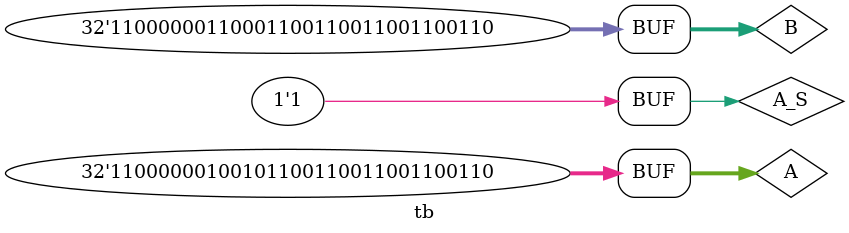
<source format=v>
`timescale 1ns / 1ps

module tb;
    wire [31:0] Result;    
    reg [31:0] A,B;
    reg A_S;
    
    main DUT(.A_in(A),
             .A_S(A_S),
             .B_in(B),
             .Result(Result)
             );
    
    initial begin
        A = 0;
        B = 0;
        A_S = 0;
        
        #50
        A = 32'b10000001110000000000000000000000;  //4.7
        B = 32'b00000000100000000000000000000000;  //6.2
        A_S = 0;  //10.9
        
        #100
        A = 32'b01000000100101100110011001100110;  //4.7
        B = 32'b01000000110001100110011001100110;  //6.2
        A_S = 1; //-1.5
        //---------
        #100
        A = 32'b01000000100101100110011001100110;
        B = 32'b11000000110001100110011001100110;
        A_S = 0; //-1.5
        
        #100
        A = 32'b01000000100101100110011001100110;
        B = 32'b11000000110001100110011001100110;
        A_S = 1; //10.9
        //-----------//
        #100
        A = 32'b11000000100101100110011001100110;
        B = 32'b01000000110001100110011001100110;
        A_S = 0; //1.5
        
        #100
        A = 32'b11000000100101100110011001100110;
        B = 32'b01000000110001100110011001100110;
        A_S = 1; //-10.9
        //-----------
        #100
        A = 32'b11000000100101100110011001100110;
        B = 32'b11000000110001100110011001100110;
        A_S = 0; //-10.9
                
        #100
        A = 32'b11000000100101100110011001100110;
        B = 32'b11000000110001100110011001100110;
        A_S = 1; //-1.5
        
    end
endmodule
</source>
